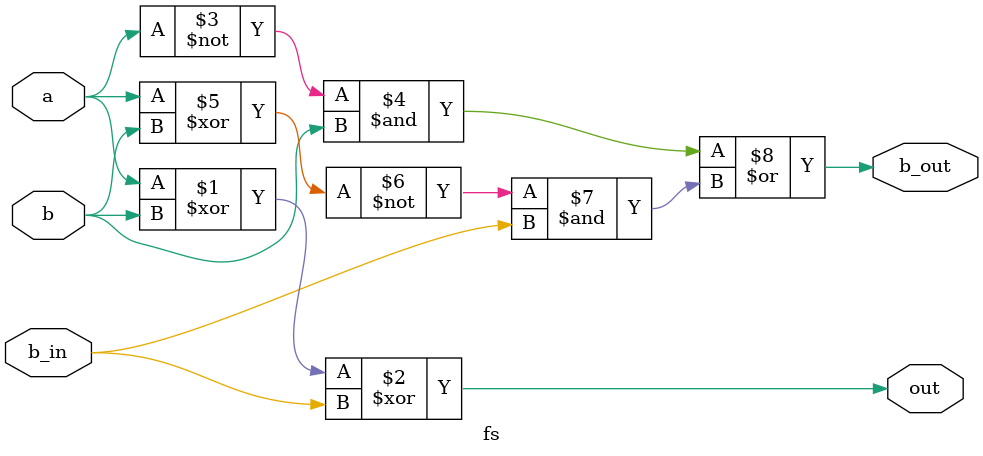
<source format=v>
module fs (
    input a, b, b_in,
    output out, b_out
);

    assign out = (a ^ b) ^ b_in;
    assign b_out = (~a & b) | ~(a ^ b) & b_in;

endmodule
</source>
